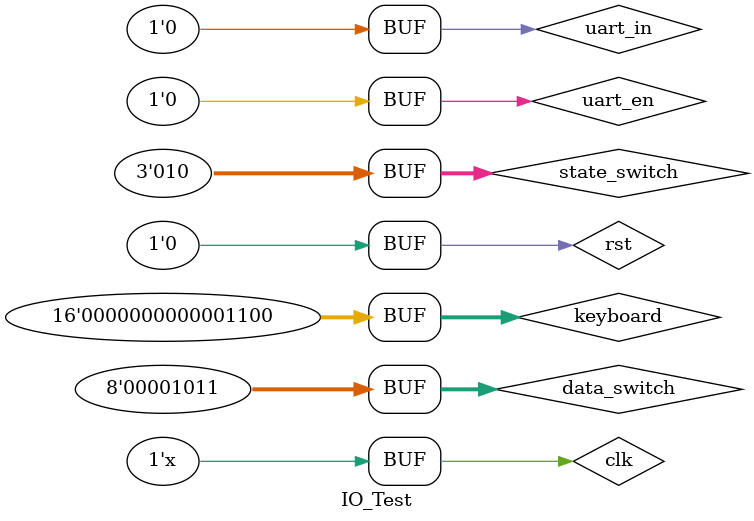
<source format=v>
`timescale 1ns / 1ps


module IO_Test();
    reg        clk;
    reg        rst;
    reg [2:0]  state_switch;
    reg [7:0]  data_switch;
    reg [15:0] keyboard;
    reg        uart_en;
    reg        uart_in;
    
    wire [31:0] addr;
    wire        write_en;
    wire [31:0] write_data;
    wire [31:0] mem_out;
    wire        io_en;
    wire        led_sign;
    wire [7:0]  led_data;
    wire [7:0]  seg_en;
    wire [7:0]  seg_left;
    wire [7:0]  seg_right;
    
    wire [1:0]  test_state;
    wire [31:0] test_cnt;
    
    io io_ctrl(
        .clk(clk),
        .rst(rst),
        .state_switch(state_switch),
        .data_switch(data_switch),
        .keyboard(keyboard),
        .io_en(io_en),
        .mem_out(mem_out),
        .addr(addr),
        .write_en(write_en),
        .write_data(write_data),
        .led_sign(led_sign),
        .led_data(led_data),
        .seg_en(seg_en),
        .seg_left(seg_left),
        .seg_right(seg_right),
        .test_state(test_state),
        .test_cnt(test_cnt)
    );
            
    data_memory dmem(
        .clk(clk),
        .addr(addr),
        .write_en(write_en),
        .write_data(write_data),
        .out(mem_out),
        .uart_en(0),
        .uart_done(1)
    );
    
    always #5 clk = !clk;
    
    initial begin
        #20 begin
            clk = 0;
            rst = 1;
            state_switch = 1;
            data_switch = 2;
            keyboard = 3;
            uart_en = 0;
            uart_in = 0;
        end
        
        #100 begin 
            rst = 0;
        end
        
        
        #2000 begin
            state_switch = 10;
            data_switch = 11;
            keyboard = 12;
        end
        
    end

endmodule

</source>
